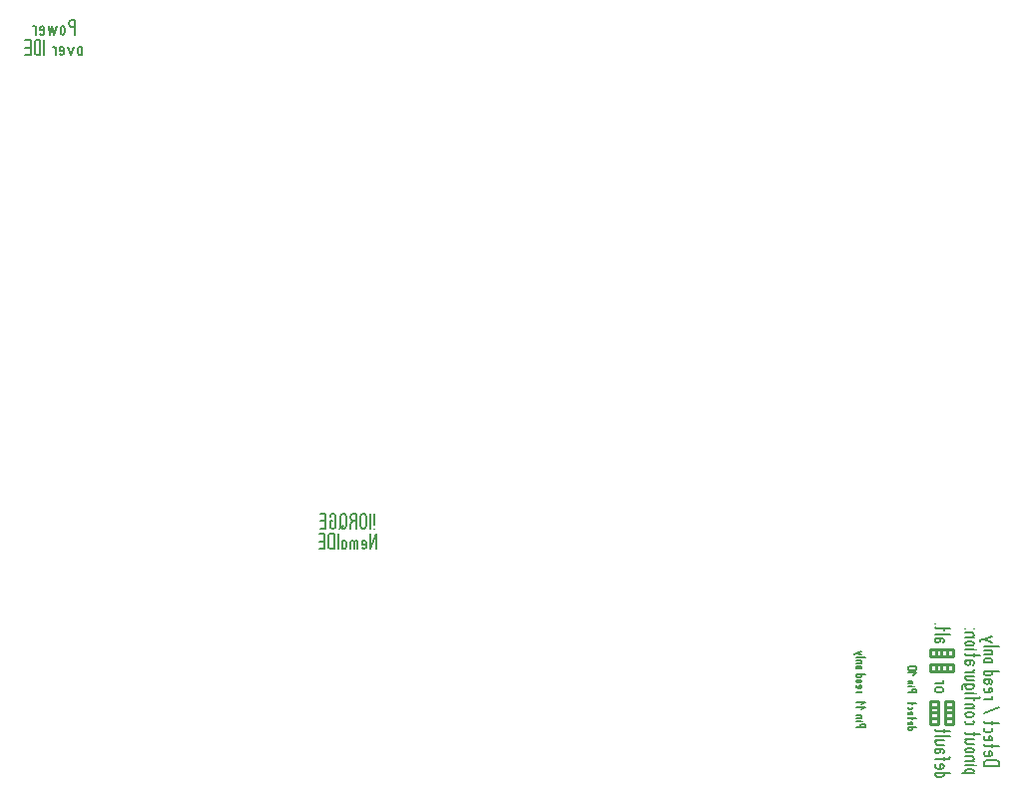
<source format=gbo>
%FSLAX34Y34*%
%MOMM*%
%LNSILK_BOTTOM_*%
G71*
G01*
%ADD10C, 0.25*%
%ADD11C, 0.16*%
%ADD12C, 0.13*%
%LPD*%
G54D10*
X1012031Y454025D02*
X1012031Y447675D01*
X992981Y447675D01*
X992981Y454025D01*
X1012031Y454025D01*
G54D10*
X1012031Y441325D02*
X992981Y441325D01*
X992981Y434975D01*
X1012031Y434975D01*
X1012031Y441325D01*
G54D10*
X1007269Y454025D02*
X1007269Y447675D01*
G54D10*
X1002506Y447675D02*
X1002506Y454025D01*
G54D10*
X997744Y454025D02*
X997744Y447675D01*
G54D10*
X997744Y441325D02*
X997744Y434975D01*
G54D10*
X1000919Y434975D02*
X1002506Y434975D01*
X1002506Y441325D01*
G54D10*
X1007269Y441325D02*
X1007269Y434975D01*
G54D11*
X1003456Y459516D02*
X1004234Y460761D01*
X1004234Y462254D01*
X1002678Y463250D01*
X997234Y463250D01*
G54D11*
X999567Y463250D02*
X1001123Y462628D01*
X1001434Y461383D01*
X1001123Y460139D01*
X999567Y459516D01*
X998012Y459765D01*
X997234Y460761D01*
X997234Y461383D01*
X997234Y461632D01*
X998012Y462628D01*
X999567Y463250D01*
G54D11*
X997234Y466672D02*
X1009678Y466672D01*
G54D11*
X1009678Y471338D02*
X998012Y471338D01*
X997234Y471960D01*
X997545Y472582D01*
G54D11*
X1004234Y470094D02*
X1004234Y472582D01*
G54D11*
X997234Y476004D02*
X997234Y476004D01*
G54D10*
X1012031Y390525D02*
X1005681Y390525D01*
X1005681Y409575D01*
X1012031Y409575D01*
X1012031Y390525D01*
G54D10*
X999331Y390525D02*
X999331Y409575D01*
X992981Y409575D01*
X992981Y390525D01*
X999331Y390525D01*
G54D10*
X1012031Y395287D02*
X1005681Y395287D01*
G54D10*
X1005681Y400050D02*
X1012031Y400050D01*
G54D10*
X1012031Y404812D02*
X1005681Y404812D01*
G54D10*
X999331Y404812D02*
X992981Y404812D01*
G54D10*
X992981Y401637D02*
X992981Y400050D01*
X999331Y400050D01*
G54D10*
X999331Y395287D02*
X992981Y395287D01*
G54D11*
X997234Y348950D02*
X1009678Y348950D01*
G54D11*
X1002212Y348950D02*
X1003767Y348328D01*
X1004234Y347083D01*
X1003767Y345839D01*
X1002212Y345216D01*
X999100Y345216D01*
X997545Y345839D01*
X997234Y347083D01*
X997545Y348328D01*
X999100Y348950D01*
G54D11*
X998012Y356105D02*
X997234Y355109D01*
X997234Y353865D01*
X998012Y352620D01*
X999567Y352372D01*
X1002212Y352372D01*
X1003767Y352994D01*
X1004234Y354238D01*
X1003767Y355483D01*
X1002678Y356105D01*
X1001123Y356105D01*
X1001123Y352372D01*
G54D11*
X997234Y360771D02*
X1008900Y360771D01*
X1009678Y361393D01*
X1009212Y362015D01*
G54D11*
X1004234Y359526D02*
X1004234Y362015D01*
G54D11*
X1003456Y365438D02*
X1004234Y366682D01*
X1004234Y368175D01*
X1002678Y369171D01*
X997234Y369171D01*
G54D11*
X999567Y369171D02*
X1001123Y368549D01*
X1001434Y367304D01*
X1001123Y366060D01*
X999567Y365438D01*
X998012Y365686D01*
X997234Y366682D01*
X997234Y367304D01*
X997234Y367553D01*
X998012Y368549D01*
X999567Y369171D01*
G54D11*
X1004234Y376326D02*
X997234Y376326D01*
G54D11*
X998789Y376326D02*
X997545Y375704D01*
X997234Y374459D01*
X997545Y373215D01*
X998789Y372592D01*
X1004234Y372592D01*
G54D11*
X997234Y379748D02*
X1009678Y379748D01*
G54D11*
X1009678Y384414D02*
X998012Y384414D01*
X997234Y385036D01*
X997545Y385658D01*
G54D11*
X1004234Y383170D02*
X1004234Y385658D01*
G54D11*
X1038509Y354742D02*
X1050953Y354742D01*
X1050953Y357853D01*
X1050176Y359097D01*
X1048620Y359719D01*
X1040842Y359719D01*
X1039286Y359097D01*
X1038509Y357853D01*
X1038509Y354742D01*
G54D11*
X1039286Y366875D02*
X1038509Y365879D01*
X1038509Y364635D01*
X1039286Y363390D01*
X1040842Y363142D01*
X1043486Y363142D01*
X1045042Y363764D01*
X1045509Y365008D01*
X1045042Y366253D01*
X1043953Y366875D01*
X1042398Y366875D01*
X1042398Y363142D01*
G54D11*
X1050953Y371541D02*
X1039286Y371541D01*
X1038509Y372163D01*
X1038820Y372785D01*
G54D11*
X1045509Y370296D02*
X1045509Y372785D01*
G54D11*
X1039286Y379941D02*
X1038509Y378945D01*
X1038509Y377701D01*
X1039286Y376456D01*
X1040842Y376208D01*
X1043486Y376208D01*
X1045042Y376830D01*
X1045509Y378074D01*
X1045042Y379319D01*
X1043953Y379941D01*
X1042398Y379941D01*
X1042398Y376208D01*
G54D11*
X1045042Y386474D02*
X1045509Y385229D01*
X1045042Y383985D01*
X1043486Y383362D01*
X1040376Y383362D01*
X1038820Y383985D01*
X1038509Y385229D01*
X1038820Y386474D01*
G54D11*
X1050953Y391140D02*
X1039286Y391140D01*
X1038509Y391762D01*
X1038820Y392384D01*
G54D11*
X1045509Y389896D02*
X1045509Y392384D01*
G54D11*
X1038509Y399352D02*
X1050953Y404330D01*
G54D11*
X1038509Y411298D02*
X1045509Y411298D01*
G54D11*
X1043953Y411298D02*
X1045509Y412543D01*
X1045509Y413787D01*
G54D11*
X1039286Y420943D02*
X1038509Y419947D01*
X1038509Y418703D01*
X1039286Y417458D01*
X1040842Y417210D01*
X1043486Y417210D01*
X1045042Y417832D01*
X1045509Y419076D01*
X1045042Y420321D01*
X1043953Y420943D01*
X1042398Y420943D01*
X1042398Y417210D01*
G54D11*
X1044731Y424364D02*
X1045509Y425609D01*
X1045509Y427102D01*
X1043953Y428098D01*
X1038509Y428098D01*
G54D11*
X1040842Y428098D02*
X1042398Y427476D01*
X1042709Y426231D01*
X1042398Y424987D01*
X1040842Y424364D01*
X1039286Y424613D01*
X1038509Y425609D01*
X1038509Y426231D01*
X1038509Y426480D01*
X1039286Y427476D01*
X1040842Y428098D01*
G54D11*
X1038509Y435253D02*
X1050953Y435253D01*
G54D11*
X1043486Y435253D02*
X1045042Y434631D01*
X1045509Y433386D01*
X1045042Y432142D01*
X1043486Y431520D01*
X1040376Y431520D01*
X1038820Y432142D01*
X1038509Y433386D01*
X1038820Y434631D01*
X1040376Y435253D01*
G54D11*
X1040376Y445954D02*
X1043486Y445954D01*
X1045042Y445332D01*
X1045509Y444087D01*
X1045042Y442843D01*
X1043486Y442220D01*
X1040376Y442220D01*
X1038820Y442843D01*
X1038509Y444087D01*
X1038820Y445332D01*
X1040376Y445954D01*
G54D11*
X1038509Y449376D02*
X1045509Y449376D01*
G54D11*
X1043953Y449376D02*
X1045042Y449998D01*
X1045509Y451242D01*
X1045042Y452487D01*
X1043953Y453109D01*
X1038509Y453109D01*
G54D11*
X1038509Y456530D02*
X1050953Y456530D01*
G54D11*
X1045509Y459952D02*
X1038509Y462441D01*
X1045509Y464930D01*
G54D11*
X1038509Y462441D02*
X1036176Y461819D01*
X1035398Y461197D01*
X1035398Y460575D01*
G54D11*
X1029634Y348392D02*
X1019523Y348392D01*
G54D11*
X1024967Y348392D02*
X1022945Y349014D01*
X1022634Y350258D01*
X1022945Y351503D01*
X1024500Y352125D01*
X1027612Y352125D01*
X1029167Y351503D01*
X1029634Y350258D01*
X1029167Y349014D01*
X1027300Y348392D01*
G54D11*
X1022634Y355546D02*
X1029634Y355546D01*
G54D11*
X1031967Y355546D02*
X1031967Y355546D01*
G54D11*
X1022634Y358968D02*
X1029634Y358968D01*
G54D11*
X1028078Y358968D02*
X1029167Y359591D01*
X1029634Y360835D01*
X1029167Y362080D01*
X1028078Y362702D01*
X1022634Y362702D01*
G54D11*
X1024500Y369857D02*
X1027612Y369857D01*
X1029167Y369235D01*
X1029634Y367990D01*
X1029167Y366746D01*
X1027612Y366124D01*
X1024500Y366124D01*
X1022945Y366746D01*
X1022634Y367990D01*
X1022945Y369235D01*
X1024500Y369857D01*
G54D11*
X1029634Y377012D02*
X1022634Y377012D01*
G54D11*
X1024189Y377012D02*
X1022945Y376390D01*
X1022634Y375145D01*
X1022945Y373901D01*
X1024189Y373278D01*
X1029634Y373278D01*
G54D11*
X1035078Y381678D02*
X1023412Y381678D01*
X1022634Y382300D01*
X1022945Y382922D01*
G54D11*
X1029634Y380434D02*
X1029634Y382922D01*
G54D11*
X1029167Y393002D02*
X1029634Y391757D01*
X1029167Y390513D01*
X1027612Y389890D01*
X1024500Y389890D01*
X1022945Y390513D01*
X1022634Y391757D01*
X1022945Y393002D01*
G54D11*
X1024500Y400157D02*
X1027612Y400157D01*
X1029167Y399535D01*
X1029634Y398290D01*
X1029167Y397046D01*
X1027612Y396424D01*
X1024500Y396424D01*
X1022945Y397046D01*
X1022634Y398290D01*
X1022945Y399535D01*
X1024500Y400157D01*
G54D11*
X1022634Y403578D02*
X1029634Y403578D01*
G54D11*
X1028078Y403578D02*
X1029167Y404201D01*
X1029634Y405445D01*
X1029167Y406690D01*
X1028078Y407312D01*
X1022634Y407312D01*
G54D11*
X1022634Y411978D02*
X1034300Y411978D01*
X1035078Y412600D01*
X1034612Y413222D01*
G54D11*
X1029634Y410734D02*
X1029634Y413222D01*
G54D11*
X1022634Y416644D02*
X1029634Y416644D01*
G54D11*
X1031967Y416644D02*
X1031967Y416644D01*
G54D11*
X1020300Y420066D02*
X1019523Y421311D01*
X1019523Y422182D01*
X1020300Y423426D01*
X1021856Y423800D01*
X1029634Y423800D01*
G54D11*
X1027612Y423800D02*
X1029167Y423178D01*
X1029634Y421933D01*
X1029167Y420689D01*
X1027612Y420066D01*
X1024500Y420066D01*
X1022945Y420689D01*
X1022634Y421933D01*
X1022945Y423178D01*
X1024500Y423800D01*
G54D11*
X1029634Y430955D02*
X1022634Y430955D01*
G54D11*
X1024189Y430955D02*
X1022945Y430333D01*
X1022634Y429088D01*
X1022945Y427844D01*
X1024189Y427222D01*
X1029634Y427222D01*
G54D11*
X1022634Y434376D02*
X1029634Y434376D01*
G54D11*
X1028078Y434376D02*
X1029634Y435621D01*
X1029634Y436865D01*
G54D11*
X1028856Y440288D02*
X1029634Y441532D01*
X1029634Y443025D01*
X1028078Y444021D01*
X1022634Y444021D01*
G54D11*
X1024967Y444021D02*
X1026523Y443399D01*
X1026834Y442154D01*
X1026523Y440910D01*
X1024967Y440288D01*
X1023412Y440536D01*
X1022634Y441532D01*
X1022634Y442154D01*
X1022634Y442403D01*
X1023412Y443399D01*
X1024967Y444021D01*
G54D11*
X1035078Y448687D02*
X1023412Y448687D01*
X1022634Y449309D01*
X1022945Y449931D01*
G54D11*
X1029634Y447442D02*
X1029634Y449931D01*
G54D11*
X1022634Y453354D02*
X1029634Y453354D01*
G54D11*
X1031967Y453354D02*
X1031967Y453354D01*
G54D11*
X1024500Y460509D02*
X1027612Y460509D01*
X1029167Y459887D01*
X1029634Y458642D01*
X1029167Y457398D01*
X1027612Y456776D01*
X1024500Y456776D01*
X1022945Y457398D01*
X1022634Y458642D01*
X1022945Y459887D01*
X1024500Y460509D01*
G54D11*
X1022634Y463930D02*
X1029634Y463930D01*
G54D11*
X1028078Y463930D02*
X1029167Y464553D01*
X1029634Y465797D01*
X1029167Y467042D01*
X1028078Y467664D01*
X1022634Y467664D01*
G54D11*
X1022634Y471086D02*
X1022634Y471086D01*
G54D11*
X1029634Y471086D02*
X1029634Y471086D01*
G54D12*
X973944Y387358D02*
X981055Y387358D01*
G54D12*
X976789Y387358D02*
X977678Y387002D01*
X977944Y386291D01*
X977678Y385580D01*
X976789Y385225D01*
X975011Y385225D01*
X974122Y385580D01*
X973944Y386291D01*
X974122Y387002D01*
X975011Y387358D01*
G54D12*
X974389Y391980D02*
X973944Y391411D01*
X973944Y390700D01*
X974389Y389989D01*
X975278Y389847D01*
X976789Y389847D01*
X977678Y390202D01*
X977944Y390913D01*
X977678Y391624D01*
X977055Y391980D01*
X976166Y391980D01*
X976166Y389847D01*
G54D12*
X981055Y395180D02*
X974389Y395180D01*
X973944Y395535D01*
X974122Y395891D01*
G54D12*
X977944Y394469D02*
X977944Y395891D01*
G54D12*
X974389Y400513D02*
X973944Y399944D01*
X973944Y399233D01*
X974389Y398522D01*
X975278Y398380D01*
X976789Y398380D01*
X977678Y398735D01*
X977944Y399446D01*
X977678Y400158D01*
X977055Y400513D01*
X976166Y400513D01*
X976166Y398380D01*
G54D12*
X977678Y404780D02*
X977944Y404068D01*
X977678Y403357D01*
X976789Y403002D01*
X975011Y403002D01*
X974122Y403357D01*
X973944Y404068D01*
X974122Y404780D01*
G54D12*
X981055Y407980D02*
X974389Y407980D01*
X973944Y408335D01*
X974122Y408691D01*
G54D12*
X977944Y407269D02*
X977944Y408691D01*
G54D12*
X930288Y416974D02*
X934288Y416974D01*
G54D12*
X933399Y416974D02*
X934288Y417685D01*
X934288Y418396D01*
G54D12*
X930732Y423018D02*
X930288Y422449D01*
X930288Y421738D01*
X930732Y421027D01*
X931621Y420885D01*
X933132Y420885D01*
X934021Y421241D01*
X934288Y421952D01*
X934021Y422663D01*
X933399Y423018D01*
X932510Y423018D01*
X932510Y420885D01*
G54D12*
X933844Y425507D02*
X934288Y426218D01*
X934288Y427071D01*
X933399Y427640D01*
X930288Y427640D01*
G54D12*
X931621Y427640D02*
X932510Y427285D01*
X932688Y426574D01*
X932510Y425863D01*
X931621Y425507D01*
X930732Y425649D01*
X930288Y426218D01*
X930288Y426574D01*
X930288Y426716D01*
X930732Y427285D01*
X931621Y427640D01*
G54D12*
X930288Y432262D02*
X937399Y432262D01*
G54D12*
X933132Y432262D02*
X934021Y431907D01*
X934288Y431196D01*
X934021Y430485D01*
X933132Y430129D01*
X931355Y430129D01*
X930466Y430485D01*
X930288Y431196D01*
X930466Y431907D01*
X931355Y432262D01*
G54D12*
X931355Y439444D02*
X933132Y439444D01*
X934021Y439089D01*
X934288Y438378D01*
X934021Y437667D01*
X933132Y437311D01*
X931355Y437311D01*
X930466Y437667D01*
X930288Y438378D01*
X930466Y439089D01*
X931355Y439444D01*
G54D12*
X930288Y441933D02*
X934288Y441933D01*
G54D12*
X933399Y441933D02*
X934021Y442289D01*
X934288Y443000D01*
X934021Y443711D01*
X933399Y444066D01*
X930288Y444066D01*
G54D12*
X930288Y446555D02*
X937399Y446555D01*
G54D12*
X934288Y449044D02*
X930288Y450466D01*
X934288Y451888D01*
G54D12*
X930288Y450466D02*
X928955Y450111D01*
X928510Y449755D01*
X928510Y449400D01*
G54D12*
X930262Y387605D02*
X937373Y387605D01*
X937373Y389383D01*
X936929Y390094D01*
X936040Y390449D01*
X935151Y390449D01*
X934262Y390094D01*
X933818Y389383D01*
X933818Y387605D01*
G54D12*
X930262Y392938D02*
X934262Y392938D01*
G54D12*
X935595Y392938D02*
X935595Y392938D01*
G54D12*
X930262Y395427D02*
X934262Y395427D01*
G54D12*
X933373Y395427D02*
X933995Y395783D01*
X934262Y396494D01*
X933995Y397205D01*
X933373Y397560D01*
X930262Y397560D01*
G54D12*
X934706Y402609D02*
X937373Y404387D01*
X930262Y404387D01*
G54D12*
X934706Y406876D02*
X937373Y408654D01*
X930262Y408654D01*
G54D12*
X973931Y416974D02*
X981042Y416974D01*
X981042Y418752D01*
X980598Y419463D01*
X979709Y419818D01*
X978820Y419818D01*
X977931Y419463D01*
X977487Y418752D01*
X977487Y416974D01*
G54D12*
X973931Y422307D02*
X977931Y422307D01*
G54D12*
X979265Y422307D02*
X979265Y422307D01*
G54D12*
X973931Y424796D02*
X977931Y424796D01*
G54D12*
X977042Y424796D02*
X977665Y425151D01*
X977931Y425862D01*
X977665Y426574D01*
X977042Y426929D01*
X973931Y426929D01*
G54D12*
X978376Y431978D02*
X981042Y433756D01*
X973931Y433756D01*
G54D12*
X979709Y439089D02*
X975265Y439089D01*
X974376Y438734D01*
X973931Y438022D01*
X973931Y437311D01*
X974376Y436600D01*
X975265Y436245D01*
X979709Y436245D01*
X980598Y436600D01*
X981042Y437311D01*
X981042Y438022D01*
X980598Y438734D01*
X979709Y439089D01*
G54D11*
X998817Y421246D02*
X1001928Y421246D01*
X1003483Y420624D01*
X1003950Y419379D01*
X1003483Y418135D01*
X1001928Y417512D01*
X998817Y417512D01*
X997261Y418135D01*
X996950Y419379D01*
X997261Y420624D01*
X998817Y421246D01*
G54D11*
X996950Y424668D02*
X1003950Y424668D01*
G54D11*
X1002394Y424668D02*
X1003950Y425912D01*
X1003950Y427156D01*
G54D11*
X521185Y568912D02*
X521185Y559579D01*
G54D11*
X521185Y556468D02*
X521185Y556468D01*
G54D11*
X517763Y556468D02*
X517763Y568912D01*
G54D11*
X509363Y566579D02*
X509363Y558801D01*
X509985Y557246D01*
X511229Y556468D01*
X512474Y556468D01*
X513718Y557246D01*
X514341Y558801D01*
X514341Y566579D01*
X513718Y568135D01*
X512474Y568912D01*
X511229Y568912D01*
X509985Y568135D01*
X509363Y566579D01*
G54D11*
X503452Y562690D02*
X501585Y561135D01*
X500963Y559579D01*
X500963Y556468D01*
G54D11*
X505941Y556468D02*
X505941Y568912D01*
X502829Y568912D01*
X501585Y568135D01*
X500963Y566579D01*
X500963Y565023D01*
X501585Y563468D01*
X502829Y562690D01*
X505941Y562690D01*
G54D11*
X495052Y558801D02*
X491941Y556468D01*
G54D11*
X492563Y566579D02*
X492563Y558801D01*
X493185Y557246D01*
X494429Y556468D01*
X495674Y556468D01*
X496918Y557246D01*
X497541Y558801D01*
X497541Y566579D01*
X496918Y568135D01*
X495674Y568912D01*
X494429Y568912D01*
X493185Y568135D01*
X492563Y566579D01*
G54D11*
X486030Y562690D02*
X483541Y562690D01*
X483541Y558801D01*
X484163Y557246D01*
X485407Y556468D01*
X486652Y556468D01*
X487896Y557246D01*
X488519Y558801D01*
X488519Y566579D01*
X487896Y568135D01*
X486652Y568912D01*
X485407Y568912D01*
X484163Y568135D01*
X483541Y566579D01*
G54D11*
X475763Y556468D02*
X480119Y556468D01*
X480119Y568912D01*
X475763Y568912D01*
G54D11*
X480119Y562690D02*
X475763Y562690D01*
G54D11*
X522772Y539005D02*
X522772Y551450D01*
X517794Y539005D01*
X517794Y551450D01*
G54D11*
X510639Y539783D02*
X511634Y539005D01*
X512879Y539005D01*
X514123Y539783D01*
X514372Y541339D01*
X514372Y543983D01*
X513750Y545539D01*
X512505Y546005D01*
X511261Y545539D01*
X510639Y544450D01*
X510639Y542894D01*
X514372Y542894D01*
G54D11*
X507217Y539005D02*
X507217Y546005D01*
G54D11*
X507217Y544761D02*
X505973Y546005D01*
X504728Y545539D01*
X504106Y544450D01*
X504106Y539005D01*
G54D11*
X504106Y544761D02*
X502861Y546005D01*
X501617Y545539D01*
X500995Y544450D01*
X500995Y539005D01*
G54D11*
X493840Y540872D02*
X493840Y543983D01*
X494462Y545539D01*
X495706Y546005D01*
X496951Y545539D01*
X497573Y543983D01*
X497573Y540872D01*
X496951Y539317D01*
X495706Y539005D01*
X494462Y539317D01*
X493840Y540872D01*
G54D11*
X490418Y539005D02*
X490418Y551450D01*
G54D11*
X486996Y539005D02*
X486996Y551450D01*
X483885Y551450D01*
X482640Y550672D01*
X482018Y549117D01*
X482018Y541339D01*
X482640Y539783D01*
X483885Y539005D01*
X486996Y539005D01*
G54D11*
X474240Y539005D02*
X478596Y539005D01*
X478596Y551450D01*
X474240Y551450D01*
G54D11*
X478596Y545228D02*
X474240Y545228D01*
G54D11*
X269801Y959972D02*
X269801Y963083D01*
X270423Y964639D01*
X271668Y965105D01*
X272912Y964639D01*
X273534Y963083D01*
X273534Y959972D01*
X272912Y958417D01*
X271668Y958105D01*
X270423Y958417D01*
X269801Y959972D01*
G54D11*
X266380Y965105D02*
X263891Y958105D01*
X261402Y965105D01*
G54D11*
X254246Y958883D02*
X255242Y958105D01*
X256486Y958105D01*
X257731Y958883D01*
X257980Y960439D01*
X257980Y963083D01*
X257357Y964639D01*
X256113Y965105D01*
X254868Y964639D01*
X254246Y963550D01*
X254246Y961994D01*
X257980Y961994D01*
G54D11*
X250824Y958105D02*
X250824Y965105D01*
G54D11*
X250824Y963550D02*
X249580Y965105D01*
X248336Y965105D01*
G54D11*
X241368Y958105D02*
X241368Y970550D01*
G54D11*
X237946Y958105D02*
X237946Y970550D01*
X234834Y970550D01*
X233590Y969772D01*
X232968Y968217D01*
X232968Y960439D01*
X233590Y958883D01*
X234834Y958105D01*
X237946Y958105D01*
G54D11*
X225190Y958105D02*
X229546Y958105D01*
X229546Y970550D01*
X225190Y970550D01*
G54D11*
X229546Y964328D02*
X225190Y964328D01*
G54D11*
X267184Y975568D02*
X267184Y988012D01*
X264073Y988012D01*
X262829Y987235D01*
X262207Y985679D01*
X262207Y984123D01*
X262829Y982568D01*
X264073Y981790D01*
X267184Y981790D01*
G54D11*
X255051Y977435D02*
X255051Y980546D01*
X255673Y982101D01*
X256918Y982568D01*
X258162Y982101D01*
X258784Y980546D01*
X258784Y977435D01*
X258162Y975879D01*
X256918Y975568D01*
X255673Y975879D01*
X255051Y977435D01*
G54D11*
X251630Y982568D02*
X249763Y975568D01*
X247896Y982568D01*
X246030Y975568D01*
X244785Y982568D01*
G54D11*
X237630Y976346D02*
X238626Y975568D01*
X239870Y975568D01*
X241115Y976346D01*
X241364Y977901D01*
X241364Y980546D01*
X240741Y982101D01*
X239497Y982568D01*
X238252Y982101D01*
X237630Y981012D01*
X237630Y979457D01*
X241364Y979457D01*
G54D11*
X234208Y975568D02*
X234208Y982568D01*
G54D11*
X234208Y981012D02*
X232964Y982568D01*
X231720Y982568D01*
M02*

</source>
